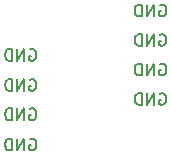
<source format=gbr>
G04 #@! TF.GenerationSoftware,KiCad,Pcbnew,(6.0.7)*
G04 #@! TF.CreationDate,2023-08-08T13:25:00+02:00*
G04 #@! TF.ProjectId,RedPitaya_Lockbox,52656450-6974-4617-9961-5f4c6f636b62,1.6.1*
G04 #@! TF.SameCoordinates,Original*
G04 #@! TF.FileFunction,AssemblyDrawing,Bot*
%FSLAX46Y46*%
G04 Gerber Fmt 4.6, Leading zero omitted, Abs format (unit mm)*
G04 Created by KiCad (PCBNEW (6.0.7)) date 2023-08-08 13:25:00*
%MOMM*%
%LPD*%
G01*
G04 APERTURE LIST*
%ADD10C,0.150000*%
G04 APERTURE END LIST*
D10*
X53261904Y-90200000D02*
X53357142Y-90152380D01*
X53500000Y-90152380D01*
X53642857Y-90200000D01*
X53738095Y-90295238D01*
X53785714Y-90390476D01*
X53833333Y-90580952D01*
X53833333Y-90723809D01*
X53785714Y-90914285D01*
X53738095Y-91009523D01*
X53642857Y-91104761D01*
X53500000Y-91152380D01*
X53404761Y-91152380D01*
X53261904Y-91104761D01*
X53214285Y-91057142D01*
X53214285Y-90723809D01*
X53404761Y-90723809D01*
X52785714Y-91152380D02*
X52785714Y-90152380D01*
X52214285Y-91152380D01*
X52214285Y-90152380D01*
X51738095Y-91152380D02*
X51738095Y-90152380D01*
X51500000Y-90152380D01*
X51357142Y-90200000D01*
X51261904Y-90295238D01*
X51214285Y-90390476D01*
X51166666Y-90580952D01*
X51166666Y-90723809D01*
X51214285Y-90914285D01*
X51261904Y-91009523D01*
X51357142Y-91104761D01*
X51500000Y-91152380D01*
X51738095Y-91152380D01*
X64261904Y-86350000D02*
X64357142Y-86302380D01*
X64500000Y-86302380D01*
X64642857Y-86350000D01*
X64738095Y-86445238D01*
X64785714Y-86540476D01*
X64833333Y-86730952D01*
X64833333Y-86873809D01*
X64785714Y-87064285D01*
X64738095Y-87159523D01*
X64642857Y-87254761D01*
X64500000Y-87302380D01*
X64404761Y-87302380D01*
X64261904Y-87254761D01*
X64214285Y-87207142D01*
X64214285Y-86873809D01*
X64404761Y-86873809D01*
X63785714Y-87302380D02*
X63785714Y-86302380D01*
X63214285Y-87302380D01*
X63214285Y-86302380D01*
X62738095Y-87302380D02*
X62738095Y-86302380D01*
X62500000Y-86302380D01*
X62357142Y-86350000D01*
X62261904Y-86445238D01*
X62214285Y-86540476D01*
X62166666Y-86730952D01*
X62166666Y-86873809D01*
X62214285Y-87064285D01*
X62261904Y-87159523D01*
X62357142Y-87254761D01*
X62500000Y-87302380D01*
X62738095Y-87302380D01*
X53261904Y-87650000D02*
X53357142Y-87602380D01*
X53500000Y-87602380D01*
X53642857Y-87650000D01*
X53738095Y-87745238D01*
X53785714Y-87840476D01*
X53833333Y-88030952D01*
X53833333Y-88173809D01*
X53785714Y-88364285D01*
X53738095Y-88459523D01*
X53642857Y-88554761D01*
X53500000Y-88602380D01*
X53404761Y-88602380D01*
X53261904Y-88554761D01*
X53214285Y-88507142D01*
X53214285Y-88173809D01*
X53404761Y-88173809D01*
X52785714Y-88602380D02*
X52785714Y-87602380D01*
X52214285Y-88602380D01*
X52214285Y-87602380D01*
X51738095Y-88602380D02*
X51738095Y-87602380D01*
X51500000Y-87602380D01*
X51357142Y-87650000D01*
X51261904Y-87745238D01*
X51214285Y-87840476D01*
X51166666Y-88030952D01*
X51166666Y-88173809D01*
X51214285Y-88364285D01*
X51261904Y-88459523D01*
X51357142Y-88554761D01*
X51500000Y-88602380D01*
X51738095Y-88602380D01*
X64261904Y-83850000D02*
X64357142Y-83802380D01*
X64500000Y-83802380D01*
X64642857Y-83850000D01*
X64738095Y-83945238D01*
X64785714Y-84040476D01*
X64833333Y-84230952D01*
X64833333Y-84373809D01*
X64785714Y-84564285D01*
X64738095Y-84659523D01*
X64642857Y-84754761D01*
X64500000Y-84802380D01*
X64404761Y-84802380D01*
X64261904Y-84754761D01*
X64214285Y-84707142D01*
X64214285Y-84373809D01*
X64404761Y-84373809D01*
X63785714Y-84802380D02*
X63785714Y-83802380D01*
X63214285Y-84802380D01*
X63214285Y-83802380D01*
X62738095Y-84802380D02*
X62738095Y-83802380D01*
X62500000Y-83802380D01*
X62357142Y-83850000D01*
X62261904Y-83945238D01*
X62214285Y-84040476D01*
X62166666Y-84230952D01*
X62166666Y-84373809D01*
X62214285Y-84564285D01*
X62261904Y-84659523D01*
X62357142Y-84754761D01*
X62500000Y-84802380D01*
X62738095Y-84802380D01*
X53261904Y-85150000D02*
X53357142Y-85102380D01*
X53500000Y-85102380D01*
X53642857Y-85150000D01*
X53738095Y-85245238D01*
X53785714Y-85340476D01*
X53833333Y-85530952D01*
X53833333Y-85673809D01*
X53785714Y-85864285D01*
X53738095Y-85959523D01*
X53642857Y-86054761D01*
X53500000Y-86102380D01*
X53404761Y-86102380D01*
X53261904Y-86054761D01*
X53214285Y-86007142D01*
X53214285Y-85673809D01*
X53404761Y-85673809D01*
X52785714Y-86102380D02*
X52785714Y-85102380D01*
X52214285Y-86102380D01*
X52214285Y-85102380D01*
X51738095Y-86102380D02*
X51738095Y-85102380D01*
X51500000Y-85102380D01*
X51357142Y-85150000D01*
X51261904Y-85245238D01*
X51214285Y-85340476D01*
X51166666Y-85530952D01*
X51166666Y-85673809D01*
X51214285Y-85864285D01*
X51261904Y-85959523D01*
X51357142Y-86054761D01*
X51500000Y-86102380D01*
X51738095Y-86102380D01*
X64261904Y-81350000D02*
X64357142Y-81302380D01*
X64500000Y-81302380D01*
X64642857Y-81350000D01*
X64738095Y-81445238D01*
X64785714Y-81540476D01*
X64833333Y-81730952D01*
X64833333Y-81873809D01*
X64785714Y-82064285D01*
X64738095Y-82159523D01*
X64642857Y-82254761D01*
X64500000Y-82302380D01*
X64404761Y-82302380D01*
X64261904Y-82254761D01*
X64214285Y-82207142D01*
X64214285Y-81873809D01*
X64404761Y-81873809D01*
X63785714Y-82302380D02*
X63785714Y-81302380D01*
X63214285Y-82302380D01*
X63214285Y-81302380D01*
X62738095Y-82302380D02*
X62738095Y-81302380D01*
X62500000Y-81302380D01*
X62357142Y-81350000D01*
X62261904Y-81445238D01*
X62214285Y-81540476D01*
X62166666Y-81730952D01*
X62166666Y-81873809D01*
X62214285Y-82064285D01*
X62261904Y-82159523D01*
X62357142Y-82254761D01*
X62500000Y-82302380D01*
X62738095Y-82302380D01*
X53261904Y-82600000D02*
X53357142Y-82552380D01*
X53500000Y-82552380D01*
X53642857Y-82600000D01*
X53738095Y-82695238D01*
X53785714Y-82790476D01*
X53833333Y-82980952D01*
X53833333Y-83123809D01*
X53785714Y-83314285D01*
X53738095Y-83409523D01*
X53642857Y-83504761D01*
X53500000Y-83552380D01*
X53404761Y-83552380D01*
X53261904Y-83504761D01*
X53214285Y-83457142D01*
X53214285Y-83123809D01*
X53404761Y-83123809D01*
X52785714Y-83552380D02*
X52785714Y-82552380D01*
X52214285Y-83552380D01*
X52214285Y-82552380D01*
X51738095Y-83552380D02*
X51738095Y-82552380D01*
X51500000Y-82552380D01*
X51357142Y-82600000D01*
X51261904Y-82695238D01*
X51214285Y-82790476D01*
X51166666Y-82980952D01*
X51166666Y-83123809D01*
X51214285Y-83314285D01*
X51261904Y-83409523D01*
X51357142Y-83504761D01*
X51500000Y-83552380D01*
X51738095Y-83552380D01*
X64261904Y-78850000D02*
X64357142Y-78802380D01*
X64500000Y-78802380D01*
X64642857Y-78850000D01*
X64738095Y-78945238D01*
X64785714Y-79040476D01*
X64833333Y-79230952D01*
X64833333Y-79373809D01*
X64785714Y-79564285D01*
X64738095Y-79659523D01*
X64642857Y-79754761D01*
X64500000Y-79802380D01*
X64404761Y-79802380D01*
X64261904Y-79754761D01*
X64214285Y-79707142D01*
X64214285Y-79373809D01*
X64404761Y-79373809D01*
X63785714Y-79802380D02*
X63785714Y-78802380D01*
X63214285Y-79802380D01*
X63214285Y-78802380D01*
X62738095Y-79802380D02*
X62738095Y-78802380D01*
X62500000Y-78802380D01*
X62357142Y-78850000D01*
X62261904Y-78945238D01*
X62214285Y-79040476D01*
X62166666Y-79230952D01*
X62166666Y-79373809D01*
X62214285Y-79564285D01*
X62261904Y-79659523D01*
X62357142Y-79754761D01*
X62500000Y-79802380D01*
X62738095Y-79802380D01*
M02*

</source>
